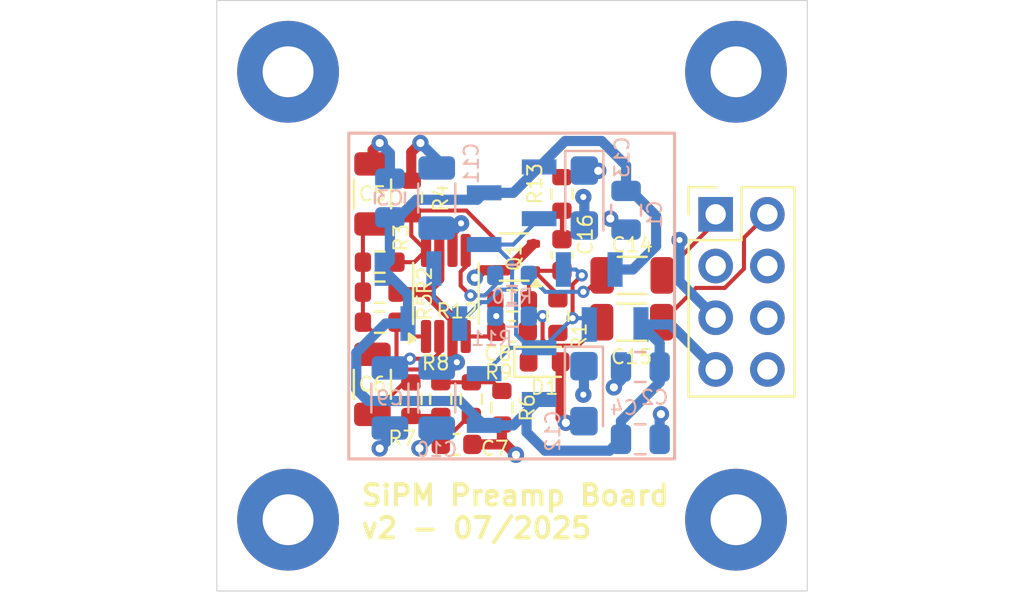
<source format=kicad_pcb>
(kicad_pcb
	(version 20240108)
	(generator "pcbnew")
	(generator_version "8.0")
	(general
		(thickness 1.6)
		(legacy_teardrops no)
	)
	(paper "A4")
	(layers
		(0 "F.Cu" signal)
		(1 "In1.Cu" power)
		(2 "In2.Cu" power)
		(31 "B.Cu" signal)
		(32 "B.Adhes" user "B.Adhesive")
		(33 "F.Adhes" user "F.Adhesive")
		(34 "B.Paste" user)
		(35 "F.Paste" user)
		(36 "B.SilkS" user "B.Silkscreen")
		(37 "F.SilkS" user "F.Silkscreen")
		(38 "B.Mask" user)
		(39 "F.Mask" user)
		(40 "Dwgs.User" user "User.Drawings")
		(41 "Cmts.User" user "User.Comments")
		(42 "Eco1.User" user "User.Eco1")
		(43 "Eco2.User" user "User.Eco2")
		(44 "Edge.Cuts" user)
		(45 "Margin" user)
		(46 "B.CrtYd" user "B.Courtyard")
		(47 "F.CrtYd" user "F.Courtyard")
		(48 "B.Fab" user)
		(49 "F.Fab" user)
		(50 "User.1" user)
		(51 "User.2" user)
		(52 "User.3" user)
		(53 "User.4" user)
		(54 "User.5" user)
		(55 "User.6" user)
		(56 "User.7" user)
		(57 "User.8" user)
		(58 "User.9" user)
	)
	(setup
		(stackup
			(layer "F.SilkS"
				(type "Top Silk Screen")
			)
			(layer "F.Paste"
				(type "Top Solder Paste")
			)
			(layer "F.Mask"
				(type "Top Solder Mask")
				(thickness 0.01)
			)
			(layer "F.Cu"
				(type "copper")
				(thickness 0.035)
			)
			(layer "dielectric 1"
				(type "prepreg")
				(thickness 0.1)
				(material "FR4")
				(epsilon_r 4.5)
				(loss_tangent 0.02)
			)
			(layer "In1.Cu"
				(type "copper")
				(thickness 0.035)
			)
			(layer "dielectric 2"
				(type "core")
				(thickness 1.24)
				(material "FR4")
				(epsilon_r 4.5)
				(loss_tangent 0.02)
			)
			(layer "In2.Cu"
				(type "copper")
				(thickness 0.035)
			)
			(layer "dielectric 3"
				(type "prepreg")
				(thickness 0.1)
				(material "FR4")
				(epsilon_r 4.5)
				(loss_tangent 0.02)
			)
			(layer "B.Cu"
				(type "copper")
				(thickness 0.035)
			)
			(layer "B.Mask"
				(type "Bottom Solder Mask")
				(thickness 0.01)
			)
			(layer "B.Paste"
				(type "Bottom Solder Paste")
			)
			(layer "B.SilkS"
				(type "Bottom Silk Screen")
			)
			(copper_finish "None")
			(dielectric_constraints no)
		)
		(pad_to_mask_clearance 0)
		(allow_soldermask_bridges_in_footprints no)
		(pcbplotparams
			(layerselection 0x00010fc_ffffffff)
			(plot_on_all_layers_selection 0x0000000_00000000)
			(disableapertmacros no)
			(usegerberextensions no)
			(usegerberattributes yes)
			(usegerberadvancedattributes yes)
			(creategerberjobfile yes)
			(dashed_line_dash_ratio 12.000000)
			(dashed_line_gap_ratio 3.000000)
			(svgprecision 4)
			(plotframeref no)
			(viasonmask no)
			(mode 1)
			(useauxorigin no)
			(hpglpennumber 1)
			(hpglpenspeed 20)
			(hpglpendiameter 15.000000)
			(pdf_front_fp_property_popups yes)
			(pdf_back_fp_property_popups yes)
			(dxfpolygonmode yes)
			(dxfimperialunits yes)
			(dxfusepcbnewfont yes)
			(psnegative no)
			(psa4output no)
			(plotreference yes)
			(plotvalue yes)
			(plotfptext yes)
			(plotinvisibletext no)
			(sketchpadsonfab no)
			(subtractmaskfromsilk no)
			(outputformat 1)
			(mirror no)
			(drillshape 1)
			(scaleselection 1)
			(outputdirectory "")
		)
	)
	(net 0 "")
	(net 1 "Net-(D1-K)")
	(net 2 "Net-(U1-Vout+)")
	(net 3 "Net-(Q1-C)")
	(net 4 "GND")
	(net 5 "Net-(U1-Vout-)")
	(net 6 "Net-(U1-Vocm)")
	(net 7 "-1V")
	(net 8 "+3V")
	(net 9 "Net-(U1-Vin-)")
	(net 10 "/SiPM Preamp/BIAS")
	(net 11 "Net-(C5-Pad1)")
	(net 12 "Net-(C6-Pad2)")
	(net 13 "Net-(C7-Pad1)")
	(net 14 "Net-(C14-Pad1)")
	(net 15 "/SiPM Preamp/Signal-")
	(net 16 "/SiPM Preamp/Signal+")
	(net 17 "Net-(C15-Pad1)")
	(net 18 "/SiPM Preamp/SiPM Input/SIPM_A")
	(net 19 "Net-(C16-Pad2)")
	(net 20 "Net-(R7-Pad2)")
	(footprint "Resistor_SMD:R_0603_1608Metric" (layer "F.Cu") (at 72.05 73.175 90))
	(footprint "Capacitor_SMD:C_1206_3216Metric" (layer "F.Cu") (at 70.15 73 90))
	(footprint "Capacitor_SMD:C_0603_1608Metric" (layer "F.Cu") (at 74.275 85.3))
	(footprint "Resistor_SMD:R_0603_1608Metric" (layer "F.Cu") (at 75 83.075 -90))
	(footprint "Resistor_SMD:R_0603_1608Metric" (layer "F.Cu") (at 79.25 79 90))
	(footprint "MountingHole:MountingHole_2.5mm_Pad_TopBottom" (layer "F.Cu") (at 66 67))
	(footprint "MountingHole:MountingHole_2.5mm_Pad_TopBottom" (layer "F.Cu") (at 66 89))
	(footprint "Resistor_SMD:R_0603_1608Metric" (layer "F.Cu") (at 79.45 73 90))
	(footprint "Resistor_SMD:R_0603_1608Metric" (layer "F.Cu") (at 73.5 83.075 90))
	(footprint "Diode_SMD:D_0603_1608Metric" (layer "F.Cu") (at 78.6 81.25))
	(footprint "Resistor_SMD:R_0603_1608Metric" (layer "F.Cu") (at 70.5 79.3))
	(footprint "Connector_PinHeader_2.54mm:PinHeader_2x04_P2.54mm_Vertical" (layer "F.Cu") (at 87 74))
	(footprint "Package_TO_SOT_SMD:SOT-343_SC-70-4" (layer "F.Cu") (at 77.1 76.1 180))
	(footprint "MountingHole:MountingHole_2.5mm_Pad_TopBottom" (layer "F.Cu") (at 88 89))
	(footprint "Resistor_SMD:R_0603_1608Metric" (layer "F.Cu") (at 70.5 77.825 180))
	(footprint "Capacitor_SMD:C_1206_3216Metric" (layer "F.Cu") (at 82.875 79.3))
	(footprint "Resistor_SMD:R_0603_1608Metric" (layer "F.Cu") (at 70.5 76.35))
	(footprint "Resistor_SMD:R_0603_1608Metric" (layer "F.Cu") (at 77.005 78.25 180))
	(footprint "Package_SO:VSSOP-8_3x3mm_P0.65mm" (layer "F.Cu") (at 73.75 77.8875 90))
	(footprint "MountingHole:MountingHole_2.5mm_Pad_TopBottom" (layer "F.Cu") (at 88 67))
	(footprint "Capacitor_SMD:C_1206_3216Metric" (layer "F.Cu") (at 70.14 82.35 -90))
	(footprint "Resistor_SMD:R_0603_1608Metric" (layer "F.Cu") (at 76.5 83.5 -90))
	(footprint "Capacitor_SMD:C_0603_1608Metric" (layer "F.Cu") (at 77 79.75 180))
	(footprint "Resistor_SMD:R_0603_1608Metric" (layer "F.Cu") (at 72.03 83.08 -90))
	(footprint "Capacitor_SMD:C_0603_1608Metric" (layer "F.Cu") (at 79.45 76 90))
	(footprint "Capacitor_SMD:C_1206_3216Metric" (layer "F.Cu") (at 82.9 77))
	(footprint "Capacitor_SMD:C_1206_3216Metric" (layer "B.Cu") (at 71 83.02 -90))
	(footprint "Capacitor_Tantalum_SMD:CP_EIA-3216-10_Kemet-I" (layer "B.Cu") (at 80.55 73.2 -90))
	(footprint "Capacitor_SMD:C_0805_2012Metric" (layer "B.Cu") (at 83.3 85.05))
	(footprint "SiPM:SiPMx4-Tile-v2-SMDpins" (layer "B.Cu") (at 76.98 78.015))
	(footprint "Resistor_SMD:R_0603_1608Metric" (layer "B.Cu") (at 77 79))
	(footprint "Capacitor_SMD:C_0805_2012Metric" (layer "B.Cu") (at 83.3 81.5 180))
	(footprint "Capacitor_SMD:C_0805_2012Metric" (layer "B.Cu") (at 82.6 73.8 -90))
	(footprint "Capacitor_SMD:C_1206_3216Metric" (layer "B.Cu") (at 73.3 83.025 -90))
	(footprint "Resistor_SMD:R_0603_1608Metric" (layer "B.Cu") (at 77 77 180))
	(footprint "Capacitor_Tantalum_SMD:CP_EIA-3216-10_Kemet-I" (layer "B.Cu") (at 80.53 82.81 -90))
	(footprint "Capacitor_SMD:C_1206_3216Metric" (layer "B.Cu") (at 73.3 73.2 90))
	(footprint "Capacitor_SMD:C_0805_2012Metric" (layer "B.Cu") (at 71 73.2 90))
	(gr_line
		(start 62.5 92.5)
		(end 62.5 63.5)
		(stroke
			(width 0.05)
			(type default)
		)
		(layer "Edge.Cuts")
		(uuid "028d9606-5c7c-44b3-9871-75bed070ddff")
	)
	(gr_line
		(start 91.5 63.5)
		(end 91.5 92.5)
		(s
... [59207 chars truncated]
</source>
